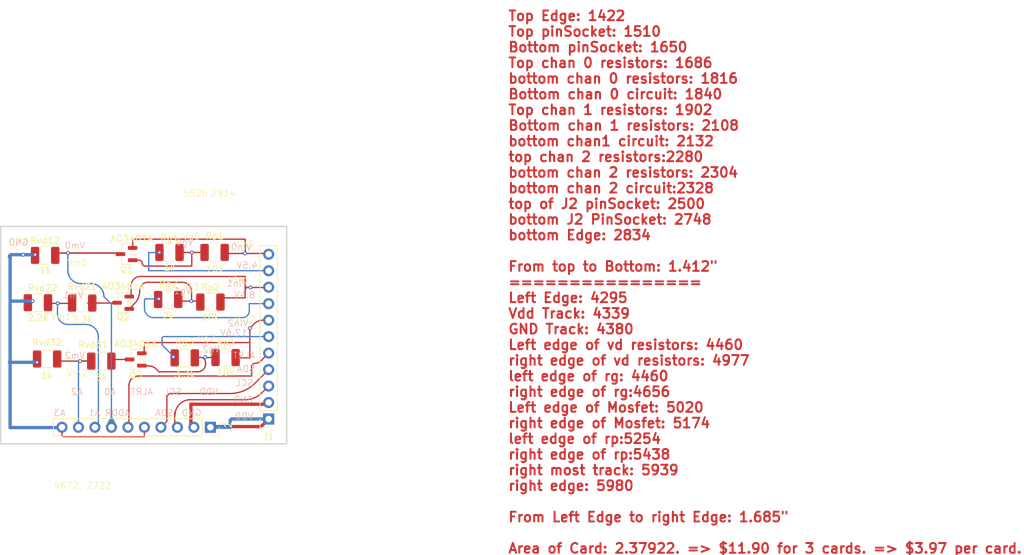
<source format=kicad_pcb>
(kicad_pcb (version 20241229) (generator "pcbnew") (generator_version "9.0")
  (layers (0 "F.Cu" signal) (2 "B.Cu" signal) (13 "F.Paste" user) (15 "B.Paste" user) (5 "F.SilkS" user "F.Silkscreen") (7 "B.SilkS" user "B.Silkscreen") (1 "F.Mask" user) (3 "B.Mask" user) (25 "Edge.Cuts" user))
  (net 0 "")
  (net 1 "Net-(J1-Pin_1)")
  (net 2 "Net-(J1-Pin_2)")
  (net 3 "Net-(Q1-G)")
  (net 4 "Net-(J1-Pin_3)")
  (net 5 "Net-(J1-Pin_6)")
  (net 6 "Net-(J1-Pin_5)")
  (net 7 "Net-(J1-Pin_4)")
  (net 8 "Net-(J2-Pin_9)")
  (net 9 "Net-(J2-Pin_8)")
  (net 10 "Net-(J2-Pin_7)")
  (net 11 "Net-(Q2-D)")
  (net 12 "Net-(Q2-G)")
  (net 13 "GND")
  (net 14 "Net-(Q3-D)")
  (net 15 "Net-(J1-Pin_10)")
  (net 16 "Net-(J1-Pin_11)")
  (net 17 "Net-(J1-Pin_8)")
  (net 18 "Net-(J1-Pin_9)")
  (net 19 "Net-(J1-Pin_7)")
  (net 20 "Net-(Q3-G)")
  (footprint "Resistor_SMD:R_1210_3225Metric_Pad1.30x2.65mm_HandSolder" (layer "F.Cu") (at 143.839734 76.3788)
    (property "Reference" "Rp3" (at 0 -2.28 0) (layer "F.SilkS"))
    (property "Value" "10k" (at 0 2.28 0) (layer "F.SilkS"))
    (fp_line (start -0.723737 -1.355) (end 0.723737 -1.355) (stroke (width 0.12)) (layer "F.SilkS"))
    (fp_line (start -0.723737 1.355) (end 0.723737 1.355) (stroke (width 0.12)) (layer "F.SilkS"))
    (pad "1" smd roundrect (at -1.55 0) (size 1.3 2.65) (layers "F.Cu" "F.Mask" "F.Paste") (roundrect_rratio 0.192308) (net 20 "Net-(Q3-G)"))
    (pad "2" smd roundrect (at 1.55 0) (size 1.3 2.65) (layers "F.Cu" "F.Mask" "F.Paste") (roundrect_rratio 0.192308) (net 19 "Net-(J1-Pin_7)"))
  )
  (footprint "Resistor_SMD:R_1210_3225Metric_Pad1.30x2.65mm_HandSolder" (layer "F.Cu") (at 114.9375 67.9288)
    (property "Reference" "Rvd22" (at 0.723737 -2.2914 0) (layer "F.SilkS"))
    (property "Value" "2.2k" (at 0 2.28 0) (layer "F.SilkS"))
    (fp_line (start -0.723737 -1.355) (end 0.723737 -1.355) (stroke (width 0.12)) (layer "F.SilkS"))
    (fp_line (start -0.723737 1.355) (end 0.723737 1.355) (stroke (width 0.12)) (layer "F.SilkS"))
    (pad "1" smd roundrect (at -1.55 0) (size 1.3 2.65) (layers "F.Cu" "F.Mask" "F.Paste") (roundrect_rratio 0.192308) (net 13 "GND"))
    (pad "2" smd roundrect (at 1.55 0) (size 1.3 2.65) (layers "F.Cu" "F.Mask" "F.Paste") (roundrect_rratio 0.192308) (net 9 "Net-(J2-Pin_8)"))
  )
  (footprint "Connector_PinSocket_2.54mm:PinSocket_1x10_P2.54mm_Vertical" (layer "F.Cu") (at 141.5 87.1288 -90)
    (property "Reference" "J2" (at 0 -2.77 90) (layer "F.SilkS"))
    (property "Value" "Conn_01x10_Pin" (hide yes))
    (fp_line (start -1.33 24.19) (end 1.33 24.19) (stroke (width 0.12)) (layer "F.SilkS"))
    (fp_line (start -1.33 1.27) (end -1.33 24.19) (stroke (width 0.12)) (layer "F.SilkS"))
    (fp_line (start -1.33 1.27) (end 1.33 1.27) (stroke (width 0.12)) (layer "F.SilkS"))
    (fp_line (start 1.33 1.27) (end 1.33 24.19) (stroke (width 0.12)) (layer "F.SilkS"))
    (fp_line (start 0 -1.33) (end 1.33 -1.33) (stroke (width 0.12)) (layer "F.SilkS"))
    (fp_line (start 1.33 -1.33) (end 1.33 0) (stroke (width 0.12)) (layer "F.SilkS"))
    (pad "1" thru_hole rect (at 0 0 270) (size 1.7 1.7) (drill 1) (layers "*.Cu" "*.Mask") (net 1 "Net-(J1-Pin_1)"))
    (pad "2" thru_hole circle (at 0 2.54 270) (size 1.7 1.7) (drill 1) (layers "*.Cu" "*.Mask") (net 2 "Net-(J1-Pin_2)"))
    (pad "3" thru_hole circle (at 0 5.08 270) (size 1.7 1.7) (drill 1) (layers "*.Cu" "*.Mask") (net 4 "Net-(J1-Pin_3)"))
    (pad "4" thru_hole circle (at 0 7.62 270) (size 1.7 1.7) (drill 1) (layers "*.Cu" "*.Mask") (net 7 "Net-(J1-Pin_4)"))
    (pad "5" thru_hole circle (at 0 10.16 270) (size 1.7 1.7) (drill 1) (layers "*.Cu" "*.Mask") (net 13 "GND"))
    (pad "6" thru_hole circle (at 0 12.7 270) (size 1.7 1.7) (drill 1) (layers "*.Cu" "*.Mask") (net 6 "Net-(J1-Pin_5)"))
    (pad "7" thru_hole circle (at 0 15.24 270) (size 1.7 1.7) (drill 1) (layers "*.Cu" "*.Mask") (net 10 "Net-(J2-Pin_7)"))
    (pad "8" thru_hole circle (at 0 17.78 270) (size 1.7 1.7) (drill 1) (layers "*.Cu" "*.Mask") (net 9 "Net-(J2-Pin_8)"))
    (pad "9" thru_hole circle (at 0 20.32 270) (size 1.7 1.7) (drill 1) (layers "*.Cu" "*.Mask") (net 8 "Net-(J2-Pin_9)"))
    (pad "10" thru_hole circle (at 0 22.86 270) (size 1.7 1.7) (drill 1) (layers "*.Cu" "*.Mask") (net 13 "GND"))
  )
  (footprint "Resistor_SMD:R_1210_3225Metric_Pad1.30x2.65mm_HandSolder" (layer "F.Cu") (at 142.15 60.1788 180)
    (property "Reference" "Rp1" (at 0 2.54 0) (layer "F.SilkS"))
    (property "Value" "10k" (at 0 -2.54 0) (layer "F.SilkS"))
    (fp_line (start -0.723737 1.355) (end 0.723737 1.355) (stroke (width 0.12)) (layer "F.SilkS"))
    (fp_line (start -0.723737 -1.355) (end 0.723737 -1.355) (stroke (width 0.12)) (layer "F.SilkS"))
    (pad "1" smd roundrect (at -1.55 0 180) (size 1.3 2.65) (layers "F.Cu" "F.Mask" "F.Paste") (roundrect_rratio 0.192308) (net 16 "Net-(J1-Pin_11)"))
    (pad "2" smd roundrect (at 1.55 0 180) (size 1.3 2.65) (layers "F.Cu" "F.Mask" "F.Paste") (roundrect_rratio 0.192308) (net 3 "Net-(Q1-G)"))
  )
  (footprint "Resistor_SMD:R_1210_3225Metric_Pad1.30x2.65mm_HandSolder" (layer "F.Cu") (at 135 67.4288 180)
    (property "Reference" "Rg2" (at 0 2.371 0) (layer "F.SilkS"))
    (property "Value" "2k" (at 0 -2.54 0) (layer "F.SilkS"))
    (fp_line (start -0.723737 1.355) (end 0.723737 1.355) (stroke (width 0.12)) (layer "F.SilkS"))
    (fp_line (start -0.723737 -1.355) (end 0.723737 -1.355) (stroke (width 0.12)) (layer "F.SilkS"))
    (pad "1" smd roundrect (at -1.55 0 180) (size 1.3 2.65) (layers "F.Cu" "F.Mask" "F.Paste") (roundrect_rratio 0.192308) (net 12 "Net-(Q2-G)"))
    (pad "2" smd roundrect (at 1.55 0 180) (size 1.3 2.65) (layers "F.Cu" "F.Mask" "F.Paste") (roundrect_rratio 0.192308) (net 17 "Net-(J1-Pin_8)"))
  )
  (footprint "Resistor_SMD:R_1210_3225Metric_Pad1.30x2.65mm_HandSolder" (layer "F.Cu") (at 121.75 67.9788 180)
    (property "Reference" "Rvd21" (at 0 2.54 0) (layer "F.SilkS"))
    (property "Value" "3.3k" (at 0 -2.54 0) (layer "F.SilkS"))
    (fp_line (start -0.723737 1.355) (end 0.723737 1.355) (stroke (width 0.12)) (layer "F.SilkS"))
    (fp_line (start -0.723737 -1.355) (end 0.723737 -1.355) (stroke (width 0.12)) (layer "F.SilkS"))
    (pad "1" smd roundrect (at -1.55 0 180) (size 1.3 2.65) (layers "F.Cu" "F.Mask" "F.Paste") (roundrect_rratio 0.192308) (net 11 "Net-(Q2-D)"))
    (pad "2" smd roundrect (at 1.55 0 180) (size 1.3 2.65) (layers "F.Cu" "F.Mask" "F.Paste") (roundrect_rratio 0.192308) (net 9 "Net-(J2-Pin_8)"))
  )
  (footprint "Resistor_SMD:R_1210_3225Metric_Pad1.30x2.65mm_HandSolder" (layer "F.Cu") (at 141.499 67.8288)
    (property "Reference" "Rp2" (at 0 -2.28 0) (layer "F.SilkS"))
    (property "Value" "10k" (at 0 2.28 0) (layer "F.SilkS"))
    (fp_line (start -0.723737 -1.355) (end 0.723737 -1.355) (stroke (width 0.12)) (layer "F.SilkS"))
    (fp_line (start -0.723737 1.355) (end 0.723737 1.355) (stroke (width 0.12)) (layer "F.SilkS"))
    (pad "1" smd roundrect (at -1.55 0) (size 1.3 2.65) (layers "F.Cu" "F.Mask" "F.Paste") (roundrect_rratio 0.192308) (net 12 "Net-(Q2-G)"))
    (pad "2" smd roundrect (at 1.55 0) (size 1.3 2.65) (layers "F.Cu" "F.Mask" "F.Paste") (roundrect_rratio 0.192308) (net 18 "Net-(J1-Pin_9)"))
  )
  (footprint "Package_TO_SOT_SMD:SOT-23" (layer "F.Cu") (at 130 76.6788 180)
    (property "Reference" "Q3" (at 0 -2.4 0) (layer "F.SilkS"))
    (property "Value" "AO3401A" (at 0 2.4 0) (layer "F.SilkS"))
    (fp_line (start 0.76 1.56) (end -0.76 1.56) (stroke (width 0.12)) (layer "F.SilkS"))
    (fp_line (start 0.76 0.56) (end 0.76 1.56) (stroke (width 0.12)) (layer "F.SilkS"))
    (fp_line (start 0.76 -1.56) (end 0.76 -0.56) (stroke (width 0.12)) (layer "F.SilkS"))
    (fp_line (start -0.76 1.56) (end -0.76 1.51) (stroke (width 0.12)) (layer "F.SilkS"))
    (fp_line (start -0.76 0.39) (end -0.76 -0.39) (stroke (width 0.12)) (layer "F.SilkS"))
    (fp_line (start -0.76 -1.51) (end -0.76 -1.56) (stroke (width 0.12)) (layer "F.SilkS"))
    (fp_line (start -0.76 -1.56) (end 0.76 -1.56) (stroke (width 0.12)) (layer "F.SilkS"))
    (fp_poly (pts (xy -1.3 -0.38) (xy -1.06 -0.05) (xy -1.54 -0.05)) (stroke (width 0.12)) (fill yes) (layer "F.SilkS"))
    (pad "1" smd roundrect (at -0.9375 -0.95 180) (size 1.475 0.6) (layers "F.Cu" "F.Mask" "F.Paste") (net 20 "Net-(Q3-G)"))
    (pad "2" smd roundrect (at -0.9375 0.95 180) (size 1.475 0.6) (layers "F.Cu" "F.Mask" "F.Paste") (net 19 "Net-(J1-Pin_7)"))
    (pad "3" smd roundrect (at 0.9375 0 180) (size 1.475 0.6) (layers "F.Cu" "F.Mask" "F.Paste") (net 14 "Net-(Q3-D)"))
  )
  (footprint "Connector_PinSocket_2.54mm:PinSocket_1x11_P2.54mm_Vertical" (layer "F.Cu") (at 150.475 85.8538 180)
    (property "Reference" "J1" (at 0 -2.77 0) (layer "F.SilkS"))
    (property "Value" "Conn_01x11_Socket")
    (fp_line (start 1.33 1.27) (end 1.33 26.73) (stroke (width 0.12)) (layer "F.SilkS"))
    (fp_line (start 1.33 -1.33) (end 1.33 0) (stroke (width 0.12)) (layer "F.SilkS"))
    (fp_line (start 0 -1.33) (end 1.33 -1.33) (stroke (width 0.12)) (layer "F.SilkS"))
    (fp_line (start -1.33 26.73) (end 1.33 26.73) (stroke (width 0.12)) (layer "F.SilkS"))
    (fp_line (start -1.33 1.27) (end 1.33 1.27) (stroke (width 0.12)) (layer "F.SilkS"))
    (fp_line (start -1.33 1.27) (end -1.33 26.73) (stroke (width 0.12)) (layer "F.SilkS"))
    (pad "1" thru_hole rect (at 0 0 180) (size 1.7 1.7) (drill 1) (layers "*.Cu") (net 1 "Net-(J1-Pin_1)"))
    (pad "2" thru_hole circle (at 0 2.54 180) (size 1.7 1.7) (drill 1) (layers "*.Cu" "*.Mask") (net 2 "Net-(J1-Pin_2)"))
    (pad "3" thru_hole circle (at 0 5.08 180) (size 1.7 1.7) (drill 1) (layers "*.Cu" "*.Mask") (net 4 "Net-(J1-Pin_3)"))
    (pad "4" thru_hole circle (at 0 7.62 180) (size 1.7 1.7) (drill 1) (layers "*.Cu" "*.Mask") (net 7 "Net-(J1-Pin_4)"))
    (pad "5" thru_hole circle (at 0 10.16 180) (size 1.7 1.7) (drill 1) (layers "*.Cu" "*.Mask") (net 6 "Net-(J1-Pin_5)"))
    (pad "6" thru_hole circle (at 0 12.7 180) (size 1.7 1.7) (drill 1) (layers "*.Cu" "*.Mask") (net 5 "Net-(J1-Pin_6)"))
    (pad "7" thru_hole circle (at 0 15.24 180) (size 1.7 1.7) (drill 1) (layers "*.Cu" "*.Mask") (net 19 "Net-(J1-Pin_7)"))
    (pad "8" thru_hole circle (at 0 17.78 180) (size 1.7 1.7) (drill 1) (layers "*.Cu" "*.Mask") (net 17 "Net-(J1-Pin_8)"))
    (pad "9" thru_hole circle (at 0 20.32 180) (size 1.7 1.7) (drill 1) (layers "*.Cu" "*.Mask") (net 18 "Net-(J1-Pin_9)"))
    (pad "10" thru_hole circle (at 0 22.86 180) (size 1.7 1.7) (drill 1) (layers "*.Cu" "*.Mask") (net 15 "Net-(J1-Pin_10)"))
    (pad "11" thru_hole circle (at 0 25.4 180) (size 1.7 1.7) (drill 1) (layers "*.Cu" "*.Mask") (net 16 "Net-(J1-Pin_11)"))
  )
  (footprint "Resistor_SMD:R_1210_3225Metric_Pad1.30x2.65mm_HandSolder" (layer "F.Cu") (at 116.35 76.6076 180)
    (property "Reference" "Rvd32" (at 0 2.54 0) (layer "F.SilkS"))
    (property "Value" "1k" (at 0 -2.54 0) (layer "F.SilkS"))
    (fp_line (start -0.723737 1.355) (end 0.723737 1.355) (stroke (width 0.12)) (layer "F.SilkS"))
    (fp_line (start -0.723737 -1.355) (end 0.723737 -1.355) (stroke (width 0.12)) (layer "F.SilkS"))
    (pad "1" smd roundrect (at -1.55 0 180) (size 1.3 2.65) (layers "F.Cu" "F.Mask" "F.Paste") (roundrect_rratio 0.192308) (net 8 "Net-(J2-Pin_9)"))
    (pad "2" smd roundrect (at 1.55 0 180) (size 1.3 2.65) (layers "F.Cu" "F.Mask" "F.Paste") (roundrect_rratio 0.192308) (net 13 "GND"))
  )
  (footprint "Package_TO_SOT_SMD:SOT-23" (layer "F.Cu") (at 128.0625 67.9288 180)
    (property "Reference" "Q2" (at 0 -2.25 0) (layer "F.SilkS"))
    (property "Value" "AO3401A" (at 0 2.54 0) (layer "F.SilkS"))
    (fp_line (start 0.76 1.56) (end -0.76 1.56) (stroke (width 0.12)) (layer "F.SilkS"))
    (fp_line (start 0.76 0.56) (end 0.76 1.56) (stroke (width 0.12)) (layer "F.SilkS"))
    (fp_line (start 0.76 -1.56) (end 0.76 -0.56) (stroke (width 0.12)) (layer "F.SilkS"))
    (fp_line (start -0.76 1.56) (end -0.76 1.51) (stroke (width 0.12)) (layer "F.SilkS"))
    (fp_line (start -0.76 0.39) (end -0.76 -0.39) (stroke (width 0.12)) (layer "F.SilkS"))
    (fp_line (start -0.76 -1.51) (end -0.76 -1.56) (stroke (width 0.12)) (layer "F.SilkS"))
    (fp_line (start -0.76 -1.56) (end 0.76 -1.56) (stroke (width 0.12)) (layer "F.SilkS"))
    (fp_poly (pts (xy -1.3 -0.38) (xy -1.06 -0.05) (xy -1.54 -0.05)) (stroke (width 0.12)) (fill yes) (layer "F.SilkS"))
    (pad "1" smd roundrect (at -0.9375 -0.95 180) (size 1.475 0.6) (layers "F.Cu" "F.Mask" "F.Paste") (net 12 "Net-(Q2-G)"))
    (pad "2" smd roundrect (at -0.9375 0.95 180) (size 1.475 0.6) (layers "F.Cu" "F.Mask" "F.Paste") (net 18 "Net-(J1-Pin_9)"))
    (pad "3" smd roundrect (at 0.9375 0 180) (size 1.475 0.6) (layers "F.Cu" "F.Mask" "F.Paste") (net 11 "Net-(Q2-D)"))
  )
  (footprint "Package_TO_SOT_SMD:SOT-23" (layer "F.Cu") (at 128.5875 60.4288 180)
    (property "Reference" "Q1" (at 0 -2.4 0) (layer "F.SilkS"))
    (property "Value" "AO3401A" (at -0.8125 2.4 0) (layer "F.SilkS"))
    (fp_line (start 0.76 1.56) (end -0.76 1.56) (stroke (width 0.12)) (layer "F.SilkS"))
    (fp_line (start 0.76 0.56) (end 0.76 1.56) (stroke (width 0.12)) (layer "F.SilkS"))
    (fp_line (start 0.76 -1.56) (end 0.76 -0.56) (stroke (width 0.12)) (layer "F.SilkS"))
    (fp_line (start -0.76 1.56) (end -0.76 1.51) (stroke (width 0.12)) (layer "F.SilkS"))
    (fp_line (start -0.76 0.39) (end -0.76 -0.39) (stroke (width 0.12)) (layer "F.SilkS"))
    (fp_line (start -0.76 -1.51) (end -0.76 -1.56) (stroke (width 0.12)) (layer "F.SilkS"))
    (fp_line (start -0.76 -1.56) (end 0.76 -1.56) (stroke (width 0.12)) (layer "F.SilkS"))
    (fp_poly (pts (xy -1.3 -0.38) (xy -1.06 -0.05) (xy -1.54 -0.05)) (stroke (width 0.12)) (fill yes) (layer "F.SilkS"))
    (pad "1" smd roundrect (at -0.9375 -0.95 180) (size 1.475 0.6) (layers "F.Cu" "F.Mask" "F.Paste") (net 3 "Net-(Q1-G)"))
    (pad "2" smd roundrect (at -0.9375 0.95 180) (size 1.475 0.6) (layers "F.Cu" "F.Mask" "F.Paste") (net 16 "Net-(J1-Pin_11)"))
    (pad "3" smd roundrect (at 0.9375 0 180) (size 1.475 0.6) (layers "F.Cu" "F.Mask" "F.Paste") (net 10 "Net-(J2-Pin_7)"))
  )
  (footprint "Resistor_SMD:R_1210_3225Metric_Pad1.30x2.65mm_HandSolder" (layer "F.Cu") (at 116.05 60.6288)
    (property "Reference" "Rvd12" (at 0 -2.28 0) (layer "F.SilkS"))
    (property "Value" "1k" (at 0 2.28 0) (layer "F.SilkS"))
    (fp_line (start -0.723737 -1.355) (end 0.723737 -1.355) (stroke (width 0.12)) (layer "F.SilkS"))
    (fp_line (start -0.723737 1.355) (end 0.723737 1.355) (stroke (width 0.12)) (layer "F.SilkS"))
    (pad "1" smd roundrect (at -1.55 0) (size 1.3 2.65) (layers "F.Cu" "F.Mask" "F.Paste") (roundrect_rratio 0.192308) (net 13 "GND"))
    (pad "2" smd roundrect (at 1.55 0) (size 1.3 2.65) (layers "F.Cu" "F.Mask" "F.Paste") (roundrect_rratio 0.192308) (net 10 "Net-(J2-Pin_7)"))
  )
  (footprint "Resistor_SMD:R_1210_3225Metric_Pad1.30x2.65mm_HandSolder" (layer "F.Cu") (at 124.7 76.9288 180)
    (property "Reference" "Rvd31" (at 1.27 2.54 0) (layer "F.SilkS"))
    (property "Value" "3k" (at 0 -2.54 0) (layer "F.SilkS"))
    (fp_line (start -0.723737 1.355) (end 0.723737 1.355) (stroke (width 0.12)) (layer "F.SilkS"))
    (fp_line (start -0.723737 -1.355) (end 0.723737 -1.355) (stroke (width 0.12)) (layer "F.SilkS"))
    (pad "1" smd roundrect (at -1.55 0 180) (size 1.3 2.65) (layers "F.Cu" "F.Mask" "F.Paste") (roundrect_rratio 0.192308) (net 14 "Net-(Q3-D)"))
    (pad "2" smd roundrect (at 1.55 0 180) (size 1.3 2.65) (layers "F.Cu" "F.Mask" "F.Paste") (roundrect_rratio 0.192308) (net 8 "Net-(J2-Pin_9)"))
  )
  (footprint "Resistor_SMD:R_1210_3225Metric_Pad1.30x2.65mm_HandSolder" (layer "F.Cu") (at 137.55 76.4288 180)
    (property "Reference" "Rg3" (at 0 2.54 0) (layer "F.SilkS"))
    (property "Value" "3.3k" (at 0 -2.54 0) (layer "F.SilkS"))
    (fp_line (start -0.723737 1.355) (end 0.723737 1.355) (stroke (width 0.12)) (layer "F.SilkS"))
    (fp_line (start -0.723737 -1.355) (end 0.723737 -1.355) (stroke (width 0.12)) (layer "F.SilkS"))
    (pad "1" smd roundrect (at -1.55 0 180) (size 1.3 2.65) (layers "F.Cu" "F.Mask" "F.Paste") (roundrect_rratio 0.192308) (net 20 "Net-(Q3-G)"))
    (pad "2" smd roundrect (at 1.55 0 180) (size 1.3 2.65) (layers "F.Cu" "F.Mask" "F.Paste") (roundrect_rratio 0.192308) (net 5 "Net-(J1-Pin_6)"))
  )
  (footprint "Resistor_SMD:R_1210_3225Metric_Pad1.30x2.65mm_HandSolder" (layer "F.Cu") (at 135.2 60.1788)
    (property "Reference" "Rg1" (at 0 -2.28 0) (layer "F.SilkS"))
    (property "Value" "1k" (at 0 2.28 0) (layer "F.SilkS"))
    (fp_line (start -0.723737 -1.355) (end 0.723737 -1.355) (stroke (width 0.12)) (layer "F.SilkS"))
    (fp_line (start -0.723737 1.355) (end 0.723737 1.355) (stroke (width 0.12)) (layer "F.SilkS"))
    (pad "1" smd roundrect (at -1.55 0) (size 1.3 2.65) (layers "F.Cu" "F.Mask" "F.Paste") (roundrect_rratio 0.192308) (net 15 "Net-(J1-Pin_10)"))
    (pad "2" smd roundrect (at 1.55 0) (size 1.3 2.65) (layers "F.Cu" "F.Mask" "F.Paste") (roundrect_rratio 0.192308) (net 3 "Net-(Q1-G)"))
  )
  (gr_line (start 153.25 56.1688) (end 153.25 89.6788) (stroke (width 0.2)) (layer "Edge.Cuts"))
  (gr_line (start 109.193 56.1594) (end 153.25 56.1594) (stroke (width 0.2)) (layer "Edge.Cuts"))
  (gr_line (start 109.193 89.6788) (end 153.25 89.6788) (stroke (width 0.2)) (layer "Edge.Cuts"))
  (gr_line (start 109.193 56.1688) (end 109.193 89.6788) (stroke (width 0.2)) (layer "Edge.Cuts"))
  (gr_text "\nTop Edge: 1422\nTop pinSocket: 1510\nBottom pinSocket: 1650\nTop chan 0 resistors: 1686\nbottom chan 0 resistors: 1816\nBottom chan 0 circuit: 1840\nTop chan 1 resistors: 1902\nBottom chan 1 resistors: 2108\nbottom chan1 circuit: 2132\ntop chan 2 resistors:2280\nbottom chan 2 resistors: 2304\nbottom chan 2 circuit:2328\ntop of J2 pinSocket: 2500\nbottom J2 PinSocket: 2748\nbottom Edge: 2834\n\nFrom top to Bottom: 1.412{dblquote}\n================\nLeft Edge: 4295\nVdd Track: 4339\nGND Track: 4380\nLeft edge of vd resistors: 4460\nright edge of vd resistors: 4977\nleft edge of rg: 4460\nright edge of rg:4656\nLeft edge of Mosfet: 5020\nright edge of Mosfet: 5174\nleft edge of rp:5254\nright edge of rp:5438\nright most track: 5939\nright edge: 5980\n\nFrom Left Edge to right Edge: 1.685{dblquote}\n\nArea of Card: 2.37922. => $11.90 for 3 cards. => $3.97 per card.\n" (at 187.25 106.6788 0) (layer "F.Cu") (effects (font (size 1.5 1.5) (thickness 0.3) (bold yes)) (justify left bottom)))
  (gr_text "5526,2914" (at 137.25 51.6788 0) (layer "F.SilkS") (effects (font (size 1 1) (thickness 0.1)) (justify left bottom)))
  (gr_text "Vm0" (at 119.38 62.357 0) (layer "F.SilkS") (effects (font (size 1 1) (thickness 0.1)) (justify left bottom)))
  (gr_text "Vg0" (at 137.16 58.3184 0) (layer "F.SilkS") (effects (font (size 1 1) (thickness 0.1)) (justify left bottom)))
  (gr_text "Vin0" (at 145.034 59.4868 0) (layer "F.SilkS") (effects (font (size 1 1) (thickness 0.1)) (justify left bottom)))
  (gr_text "Vin1\n" (at 144.272 65.024 0) (layer "F.SilkS") (effects (font (size 1 1) (thickness 0.1)) (justify left bottom)))
  (gr_text "4672, 2722" (at 117.31 96.6788 0) (layer "F.SilkS") (effects (font (size 1 1) (thickness 0.1)) (justify left bottom)))
  (gr_text "Vg2" (at 139.446 74.0156 0) (layer "F.SilkS") (effects (font (size 1 1) (thickness 0.1)) (justify left bottom)))
  (gr_text "Vm1" (at 116.84 70.6628 0) (layer "F.SilkS") (effects (font (size 1 1) (thickness 0.1)) (justify left bottom)))
  (gr_text "Vin2" (at 145.1864 71.12 0) (layer "F.SilkS") (effects (font (size 1 1) (thickness 0.1)) (justify left bottom)))
  (gr_text "Vm2" (at 119.38 79.375 0) (layer "F.SilkS") (effects (font (size 1 1) (thickness 0.1)) (justify left bottom)))
  (gr_text "Vg1" (at 137.16 66.04 0) (layer "F.SilkS") (effects (font (size 1 1) (thickness 0.1)) (justify left bottom)))
  (gr_text "GND" (at 110.49 59.055 0) (layer "F.SilkS") (effects (font (size 1 1) (thickness 0.1)) (justify left bottom)))
  (gr_text "Vin2" (at 147.42 71.6788 0) (layer "B.SilkS") (effects (font (size 1 1) (thickness 0.1)) (justify left bottom mirror)))
  (gr_text "Vin0" (at 147.9296 59.944 0) (layer "B.SilkS") (effects (font (size 1 1) (thickness 0.1)) (justify left bottom mirror)))
  (gr_text "SCL" (at 137.16 82.2452 0) (layer "B.SilkS") (effects (font (size 1 1) (thickness 0.1)) (justify left bottom mirror)))
  (gr_text "A0" (at 127 82.2452 0) (layer "B.SilkS") (effects (font (size 1 1) (thickness 0.1)) (justify left bottom mirror)))
  (gr_text "12.6V" (at 147.25 73.152 0) (layer "B.SilkS") (effects (font (size 1 1) (thickness 0.1)) (justify left bottom mirror)))
  (gr_text "Vm2" (at 122.25 76.6788 0) (layer "B.SilkS") (effects (font (size 1 1) (thickness 0.1)) (justify left bottom mirror)))
  (gr_text "Vin1" (at 147.25 65.532 0) (layer "B.SilkS") (effects (font (size 1 1) (thickness 0.1)) (justify left bottom mirror)))
  (gr_text "GND" (at 113.5126 59.2328 0) (layer "B.SilkS") (effects (font (size 1 1) (thickness 0.1)) (justify left bottom mirror)))
  (gr_text "GND" (at 148.1836 83.4644 0) (layer "B.SilkS") (effects (font (size 1 1) (thickness 0.1)) (justify left bottom mirror)))
  (gr_text "SDA" (at 148.463 78.6892 0) (layer "B.SilkS") (effects (font (size 1 1) (thickness 0.1)) (justify left bottom mirror)))
  (gr_text "VDD" (at 142.748 82.2452 0) (layer "B.SilkS") (effects (font (size 1 1) (thickness 0.1)) (justify left bottom mirror)))
  (gr_text "SDA" (at 135.89 85.4964 0) (layer "B.SilkS") (effects (font (size 1 1) (thickness 0.1)) (justify left bottom mirror)))
  (gr_text "ALRT" (at 132.715 82.2452 0) (layer "B.SilkS") (effects (font (size 1 1) (thickness 0.1)) (justify left bottom mirror)))
  (gr_text "Vm1" (at 122.0216 67.3138 0) (layer "B.SilkS") (effects (font (size 1 1) (thickness 0.1)) (justify left bottom mirror)))
  (gr_text "ALRT" (at 148.463 76.6788 0) (layer "B.SilkS") (effects (font (size 1 1) (thickness 0.1)) (justify left bottom mirror)))
  (gr_text "ADDR" (at 129.1844 85.4964 0) (layer "B.SilkS") (effects (font (size 1 1) (thickness 0.1)) (justify left bottom mirror)))
  (gr_text "SCL" (at 148.1836 80.8736 0) (layer "B.SilkS") (effects (font (size 1 1) (thickness 0.1)) (justify left bottom mirror)))
  (gr_text "Vg1" (at 138.65 66.6788 0) (layer "B.SilkS") (effects (font (size 1 1) (thickness 0.1)) (justify left bottom mirror)))
  (gr_text "A2" (at 121.92 82.2452 0) (layer "B.SilkS") (effects (font (size 1 1) (thickness 0.1)) (justify left bottom mirror)))
  (gr_text "Vg2" (at 143.05 75.6962 0) (layer "B.SilkS") (effects (font (size 1 1) (thickness 0.1)) (justify left bottom mirror)))
  (gr_text "8.4V" (at 148.463 67.31 0) (layer "B.SilkS") (effects (font (size 1 1) (thickness 0.1)) (justify left bottom mirror)))
  (gr_text "VDD" (at 148.1836 86.0044 0) (layer "B.SilkS") (effects (font (size 1 1) (thickness 0.1)) (justify left bottom mirror)))
  (gr_text "Vm0" (at 122.25 59.69 0) (layer "B.SilkS") (effects (font (size 1 1) (thickness 0.1)) (justify left bottom mirror)))
  (gr_text "4.5V" (at 148.844 62.738 0) (layer "B.SilkS") (effects (font (size 1 1) (thickness 0.1)) (justify left bottom mirror)))
  (gr_text "Vg0" (at 138.938 59.182 0) (layer "B.SilkS") (effects (font (size 1 1) (thickness 0.1)) (justify left bottom mirror)))
  (gr_text "A3" (at 119.253 85.4964 0) (layer "B.SilkS") (effects (font (size 1 1) (thickness 0.1)) (justify left bottom mirror)))
  (gr_text "A1" (at 124.587 85.4964 0) (layer "B.SilkS") (effects (font (size 1 1) (thickness 0.1)) (justify left bottom mirror)))
  (gr_text "GND" (at 140.208 85.4964 0) (layer "B.SilkS") (effects (font (size 1 1) (thickness 0.1)) (justify left bottom mirror)))
  (segment (start 149.3 87.0288) (end 150.475 85.8538) (width 0.508) (layer "F.Cu") (net 1))
  (segment (start 141.386664 87.0288) (end 149.3 87.0288) (width 0.508) (layer "F.Cu") (net 1))
  (segment (start 141.363079 87.005215) (end 141.386664 87.0288) (width 0.508) (layer "F.Cu") (net 1))
  (arc (start 141.35 86.922733) (mid 141.353425 86.964443) (end 141.363079 87.005215) (width 0.508) (layer "F.Cu") (net 1))
  (segment (start 150.475 85.8538) (end 144.723419 85.8538) (width 0.508) (layer "B.Cu") (net 1))
  (segment (start 144.55 87.1288) (end 141.5 87.1288) (width 0.508) (layer "B.Cu") (net 1))
  (segment (start 144.55 87.1288) (end 144.55 86.027219) (width 0.508) (layer "B.Cu") (net 1))
  (segment (start 138.5 83.5804) (end 138.5 86.6688) (width 0.508) (layer "F.Cu") (net 2))
  (segment (start 138.4992 83.5796) (end 138.5 83.5804) (width 0.508) (layer "F.Cu") (net 2))
  (segment (start 150.022616 83.5788) (end 138.499531 83.5788) (width 0.508) (layer "F.Cu") (net 2))
  (segment (start 150.475 83.3138) (end 150.3425 83.4463) (width 0.508) (layer "F.Cu") (net 2))
  (segment (start 138.499531 83.5788) (end 138.4992 83.5796) (width 0.508) (layer "F.Cu") (net 2))
  (segment (start 138.5 86.6688) (end 138.96 87.1288) (width 0.508) (layer "F.Cu") (net 2))
  (arc (start 150.3425 83.4463) (mid 150.195736 83.544364) (end 150.022616 83.5788) (width 0.508) (layer "F.Cu") (net 2))
  (segment (start 137.1144 60.1788) (end 138.6414 60.1788) (width 0.2) (layer "F.Cu") (net 3))
  (segment (start 138.6467 60.1788) (end 140.1 60.1788) (width 0.2) (layer "F.Cu") (net 3))
  (segment (start 138.633613 60.1788) (end 138.633613 62.262413) (width 0.2) (layer "F.Cu") (net 3))
  (segment (start 131.45 62.2788) (end 138.617226 62.2788) (width 0.2) (layer "F.Cu") (net 3))
  (segment (start 137.1144 60.1788) (end 138.633613 60.1788) (width 0.2) (layer "F.Cu") (net 3))
  (segment (start 138.633613 60.1788) (end 138.6889 60.1788) (width 0.2) (layer "F.Cu") (net 3))
  (segment (start 130.55 61.3788) (end 129.525 61.3788) (width 0.2) (layer "F.Cu") (net 3))
  (via (at 138.633613 60.1788) (size 0.6) (drill 0.3) (layers "F.Cu" "B.Cu") (net 3))
  (arc (start 131 61.8288) (mid 131.131801 62.146998) (end 131.45 62.2788) (width 0.2) (layer "F.Cu") (net 3))
  (arc (start 131 61.8288) (mid 130.868198 61.510601) (end 130.55 61.3788) (width 0.2) (layer "F.Cu") (net 3))
  (segment (start 136.270008 86.618808) (end 136.58 86.9288) (width 0.2) (layer "F.Cu") (net 4))
  (segment (start 136.42 86.7488) (end 136.42 87.1288) (width 0.2) (layer "F.Cu") (net 4))
  (segment (start 136 86.3288) (end 136.42 86.7488) (width 0.2) (layer "F.Cu") (net 4))
  (segment (start 136 84.803369) (end 136 86.3288) (width 0.2) (layer "F.Cu") (net 4))
  (segment (start 146.88154 82.8788) (end 138.4264 82.8788) (width 0.2) (layer "F.Cu") (net 4))
  (segment (start 149.4225 81.8263) (end 150.475 80.7738) (width 0.2) (layer "F.Cu") (net 4))
  (arc (start 138.4264 82.8788) (mid 136.746022 83.574841) (end 136.05 85.255228) (width 0.2) (layer "F.Cu") (net 4))
  (arc (start 149.4225 81.8263) (mid 148.256697 82.605264) (end 146.88154 82.8788) (width 0.2) (layer "F.Cu") (net 4))
  (via (at 135.8 76.2788) (size 0.6) (drill 0.3) (layers "F.Cu" "B.Cu") (net 5))
  (segment (start 135.764644 76.143444) (end 134.117677 74.496477) (width 0.2) (layer "B.Cu") (net 5))
  (segment (start 134.05 74.4538) (end 134.05 73.452543) (width 0.2) (layer "B.Cu") (net 5))
  (segment (start 134.348743 73.1538) (end 150.475 73.1538) (width 0.2) (layer "B.Cu") (net 5))
  (segment (start 135.8 76.2288) (end 135.8 76.2788) (width 0.2) (layer "B.Cu") (net 5))
  (arc (start 134.1375 73.2413) (mid 134.07274 73.338219) (end 134.05 73.452543) (width 0.2) (layer "B.Cu") (net 5))
  (arc (start 134.117677 74.496477) (mid 134.098096 74.483394) (end 134.075 74.4788) (width 0.2) (layer "B.Cu") (net 5))
  (arc (start 134.05 74.4538) (mid 134.057322 74.471477) (end 134.075 74.4788) (width 0.2) (layer "B.Cu") (net 5))
  (arc (start 134.348743 73.1538) (mid 134.234419 73.17654) (end 134.1375 73.2413) (width 0.2) (layer "B.Cu") (net 5))
  (arc (start 135.764644 76.143444) (mid 135.790811 76.182605) (end 135.8 76.2288) (width 0.2) (layer "B.Cu") (net 5))
  (segment (start 130.479325 79.2288) (end 147.75 79.2288) (width 0.2) (layer "F.Cu") (net 6))
  (segment (start 147.85 77.7988) (end 147.85 79.2288) (width 0.2) (layer "F.Cu") (net 6))
  (segment (start 149.257695 76.911104) (end 150.475 75.6938) (width 0.2) (layer "F.Cu") (net 6))
  (segment (start 128.8 87.1288) (end 128.95 86.9788) (width 0.2) (layer "F.Cu") (net 6))
  (segment (start 128.95 86.9788) (end 128.95 80.5288) (width 0.2) (layer "F.Cu") (net 6))
  (arc (start 149.257695 76.911104) (mid 148.850417 77.183238) (end 148.37 77.2788) (width 0.2) (layer "F.Cu") (net 6))
  (arc (start 130.479325 79.2288) (mid 129.897904 79.344451) (end 129.405 79.6738) (width 0.2) (layer "F.Cu") (net 6))
  (arc (start 148.37 77.2788) (mid 148.002304 77.431104) (end 147.85 77.7988) (width 0.2) (layer "F.Cu") (net 6))
  (arc (start 129.405 79.6238) (mid 129.075644 80.116715) (end 128.96 80.698125) (width 0.2) (layer "F.Cu") (net 6))
  (segment (start 134.8 86.2088) (end 133.88 87.1288) (width 0.2) (layer "F.Cu") (net 7))
  (segment (start 135.2 81.9288) (end 134.8 82.3288) (width 0.2) (layer "F.Cu") (net 7))
  (segment (start 144.526036 81.9288) (end 135.2 81.9288) (width 0.2) (layer "F.Cu") (net 7))
  (segment (start 150.475 78.2338) (end 148.373815 80.334984) (width 0.2) (layer "F.Cu") (net 7))
  (segment (start 134.8 82.3288) (end 134.8 86.2088) (width 0.2) (layer "F.Cu") (net 7))
  (arc (start 148.373815 80.334984) (mid 146.608439 81.514574) (end 144.526036 81.9288) (width 0.2) (layer "F.Cu") (net 7))
  (segment (start 121.4296 76.9288) (end 123.15 76.9288) (width 0.2) (layer "F.Cu") (net 8))
  (segment (start 123.15 76.9288) (end 118.2212 76.9288) (width 0.2) (layer "F.Cu") (net 8))
  (via (at 121.4296 76.9288) (size 0.6) (drill 0.3) (layers "F.Cu" "B.Cu") (net 8))
  (segment (start 121.18 87.1788) (end 121.18 77.1784) (width 0.2) (layer "B.Cu") (net 8))
  (segment (start 121.18 77.1784) (end 121.4296 76.9288) (width 0.2) (layer "B.Cu") (net 8))
  (segment (start 120.15 68.0288) (end 116.038255 68.0288) (width 0.2) (layer "F.Cu") (net 9))
  (segment (start 120.2 67.9788) (end 120.15 68.0288) (width 0.2) (layer "F.Cu") (net 9))
  (segment (start 120.175 68.0038) (end 120.2 67.9788) (width 0.2) (layer "F.Cu") (net 9))
  (via (at 117.9875 68.0288) (size 0.6) (drill 0.3) (layers "F.Cu" "B.Cu") (net 9))
  (arc (start 120.175 68.0038) (mid 120.147308 68.022302) (end 120.114644 68.0288) (width 0.2) (layer "F.Cu") (net 9))
  (segment (start 124.1872 75.110401) (end 124.25 75.173201) (width 0.2) (layer "B.Cu") (net 9))
  (segment (start 124.25 75.173201) (end 124.25 86.6488) (width 0.2) (layer "B.Cu") (net 9))
  (segment (start 124.242593 75.110401) (end 124.1872 75.110401) (width 0.2) (layer "B.Cu") (net 9))
  (segment (start 124.25 86.6488) (end 123.72 87.1788) (width 0.2) (layer "B.Cu") (net 9))
  (segment (start 117.95 68.142816) (end 117.95 69.69755) (width 0.2) (layer "B.Cu") (net 9))
  (segment (start 124.242593 73.0504) (end 124.242593 75.110401) (width 0.2) (layer "B.Cu") (net 9))
  (segment (start 117.9875 68.0788) (end 117.96875 68.09755) (width 0.2) (layer "B.Cu") (net 9))
  (segment (start 119.53125 71.2788) (end 122.308977 71.2788) (width 0.2) (layer "B.Cu") (net 9))
  (arc (start 122.308977 71.2788) (mid 123.681488 71.847312) (end 124.25 73.219822) (width 0.2) (layer "B.Cu") (net 9))
  (arc (start 117.95 69.69755) (mid 118.413137 70.815662) (end 119.53125 71.2788) (width 0.2) (layer "B.Cu") (net 9))
  (arc (start 117.96875 68.09755) (mid 117.954872 68.118318) (end 117.95 68.142816) (width 0.2) (layer "B.Cu") (net 9))
  (segment (start 117.206066 60.2788) (end 127.5 60.2788) (width 0.2) (layer "F.Cu") (net 10))
  (segment (start 127.393933 60.2788) (end 117.95 60.2788) (width 0.2) (layer "F.Cu") (net 10))
  (segment (start 127.5 60.2788) (end 127.65 60.4288) (width 0.2) (layer "F.Cu") (net 10))
  (segment (start 127.65 60.4288) (end 127.575 60.3538) (width 0.2) (layer "F.Cu") (net 10))
  (via (at 119.55 60.2668) (size 0.6) (drill 0.3) (layers "F.Cu" "B.Cu") (net 10))
  (arc (start 127.575 60.3538) (mid 127.491925 60.298291) (end 127.393933 60.2788) (width 0.2) (layer "F.Cu") (net 10))
  (segment (start 121.237048 64.954689) (end 121.113599 64.931139) (width 0.2) (layer "B.Cu") (net 10))
  (segment (start 120.991872 64.899885) (end 120.872347 64.861049) (width 0.2) (layer "B.Cu") (net 10))
  (segment (start 121.48716 64.978331) (end 121.361733 64.97044) (width 0.2) (layer "B.Cu") (net 10))
  (segment (start 119.597661 63.4152) (end 119.574111 63.291751) (width 0.2) (layer "B.Cu") (net 10))
  (segment (start 123.658127 65.057715) (end 123.5364 65.026461) (width 0.2) (layer "B.Cu") (net 10))
  (segment (start 126.42 86.9288) (end 126.57 86.7788) (width 0.2) (layer "B.Cu") (net 10))
  (segment (start 119.55836 63.167066) (end 119.550469 63.041639) (width 0.2) (layer "B.Cu") (net 10))
  (segment (start 119.667751 63.656452) (end 119.628915 63.536927) (width 0.2) (layer "B.Cu") (net 10))
  (segment (start 119.96928 64.204932) (end 119.89541 64.103258) (width 0.2) (layer "B.Cu") (net 10))
  (segment (start 120.227033 64.479411) (end 120.135419 64.39338) (width 0.2) (layer "B.Cu") (net 10))
  (segment (start 124.326132 65.39808) (end 124.224458 65.32421) (width 0.2) (layer "B.Cu") (net 10))
  (segment (start 126.26 87.1788) (end 126.26 68.138798) (width 0.2) (layer "B.Cu") (net 10))
  (segment (start 123.894502 65.142815) (end 123.777652 65.096551) (width 0.2) (layer "B.Cu") (net 10))
  (segment (start 120.755497 64.814785) (end 120.641783 64.761275) (width 0.2) (layer "B.Cu") (net 10))
  (segment (start 124.422966 65.478189) (end 124.326132 65.39808) (width 0.2) (layer "B.Cu") (net 10))
  (segment (start 120.425541 64.63339) (end 120.323868 64.559519) (width 0.2) (layer "B.Cu") (net 10))
  (segment (start 123.288266 64.98716) (end 123.162839 64.979269) (width 0.2) (layer "B.Cu") (net 10))
  (segment (start 123.777652 65.096551) (end 123.658127 65.057715) (width 0.2) (layer "B.Cu") (net 10))
  (segment (start 120.135419 64.39338) (end 120.049389 64.301766) (width 0.2) (layer "B.Cu") (net 10))
  (segment (start 125.09164 66.790533) (end 125.075889 66.665848) (width 0.2) (layer "B.Cu") (net 10))
  (segment (start 125.099531 66.91596) (end 125.09164 66.790533) (width 0.2) (layer "B.Cu") (net 10))
  (segment (start 124.118347 65.25687) (end 124.008216 65.196325) (width 0.2) (layer "B.Cu") (net 10))
  (segment (start 119.89541 64.103258) (end 119.82807 63.997147) (width 0.2) (layer "B.Cu") (net 10))
  (segment (start 124.75459 65.854341) (end 124.680719 65.752668) (width 0.2) (layer "B.Cu") (net 10))
  (segment (start 121.549998 64.9788) (end 121.48716 64.978331) (width 0.2) (layer "B.Cu") (net 10))
  (segment (start 123.100001 64.9788) (end 121.549998 64.9788) (width 0.2) (layer "B.Cu") (net 10))
  (segment (start 120.872347 64.861049) (end 120.755497 64.814785) (width 0.2) (layer "B.Cu") (net 10))
  (segment (start 119.574111 63.291751) (end 119.55836 63.167066) (width 0.2) (layer "B.Cu") (net 10))
  (segment (start 121.361733 64.97044) (end 121.237048 64.954689) (width 0.2) (layer "B.Cu") (net 10))
  (segment (start 123.412951 65.002911) (end 123.288266 64.98716) (width 0.2) (layer "B.Cu") (net 10))
  (segment (start 120.641783 64.761275) (end 120.531652 64.70073) (width 0.2) (layer "B.Cu") (net 10))
  (segment (start 121.113599 64.931139) (end 120.991872 64.899885) (width 0.2) (layer "B.Cu") (net 10))
  (segment (start 124.600611 65.655833) (end 124.51458 65.564219) (width 0.2) (layer "B.Cu") (net 10))
  (segment (start 119.714015 63.773302) (end 119.667751 63.656452) (width 0.2) (layer "B.Cu") (net 10))
  (segment (start 124.008216 65.196325) (end 123.894502 65.142815) (width 0.2) (layer "B.Cu") (net 10))
  (segment (start 124.882475 66.070583) (end 124.82193 65.960452) (width 0.2) (layer "B.Cu") (net 10))
  (segment (start 119.55 60.2668) (end 119.5 60.3168) (width 0.2) (layer "B.Cu") (net 10))
  (segment (start 120.049389 64.301766) (end 119.96928 64.204932) (width 0.2) (layer "B.Cu") (net 10))
  (segment (start 119.628915 63.536927) (end 119.597661 63.4152) (width 0.2) (layer "B.Cu") (net 10))
  (segment (start 125.075889 66.665848) (end 125.052339 66.542399) (width 0.2) (layer "B.Cu") (net 10))
  (segment (start 119.55 62.978801) (end 119.55 60.2668) (width 0.2) (layer "B.Cu") (net 10))
  (segment (start 124.982249 66.301147) (end 124.935985 66.184297) (width 0.2) (layer "B.Cu") (net 10))
  (segment (start 120.323868 64.559519) (end 120.227033 64.479411) (width 0.2) (layer "B.Cu") (net 10))
  (segment (start 119.767525 63.887016) (end 119.714015 63.773302) (width 0.2) (layer "B.Cu") (net 10))
  (segment (start 123.5364 65.026461) (end 123.412951 65.002911) (width 0.2) (layer "B.Cu") (net 10))
  (segment (start 125.1 66.978798) (end 125.099531 66.91596) (width 0.2) (layer "B.Cu") (net 10))
  (segment (start 120.531652 64.70073) (end 120.425541 64.63339) (width 0.2) (layer "B.Cu") (net 10))
  (segment (start 125.021085 66.420672) (end 124.982249 66.301147) (width 0.2) (layer "B.Cu") (net 10))
  (segment (start 124.224458 65.32421) (end 124.118347 65.25687) (width 0.2) (layer "B.Cu") (net 10))
  (segment (start 125.052339 66.542399) (end 125.021085 66.420672) (width 0.2) (layer "B.Cu") (net 10))
  (segment (start 119.82807 63.997147) (end 119.767525 63.887016) (width 0.2) (layer "B.Cu") (net 10))
  (segment (start 124.51458 65.564219) (end 124.422966 65.478189) (width 0.2) (layer "B.Cu") (net 10))
  (segment (start 124.935985 66.184297) (end 124.882475 66.070583) (width 0.2) (layer "B.Cu") (net 10))
  (segment (start 123.162839 64.979269) (end 123.100001 64.9788) (width 0.2) (layer "B.Cu") (net 10))
  (segment (start 124.82193 65.960452) (end 124.75459 65.854341) (width 0.2) (layer "B.Cu") (net 10))
  (segment (start 124.680719 65.752668) (end 124.600611 65.655833) (width 0.2) (layer "B.Cu") (net 10))
  (segment (start 119.550469 63.041639) (end 119.55 62.978801) (width 0.2) (layer "B.Cu") (net 10))
  (segment (start 126.26 68.138798) (end 125.1 66.978798) (width 0.2) (layer "B.Cu") (net 10))
  (segment (start 127.1 67.9538) (end 127.125 67.9288) (width 0.2) (layer "F.Cu") (net 11))
  (segment (start 127.039644 67.9788) (end 122.6 67.9788) (width 0.2) (layer "F.Cu") (net 11))
  (arc (start 127.1 67.9538) (mid 127.072308 67.972302) (end 127.039644 67.9788) (width 0.2) (layer "F.Cu") (net 11))
  (segment (start 128.8875 68.9788) (end 128.7875 68.9788) (width 0.2) (layer "F.Cu") (net 12))
  (segment (start 131.85 64.7788) (end 137.175 64.7788) (width 0.2) (layer "F.Cu") (net 12))
  (segment (start 130.6 66.147429) (end 130.6 66.0288) (width 0.2) (layer "F.Cu") (net 12))
  (segment (start 136.8 67.6788) (end 139.549 67.6788) (width 0.2) (layer "F.Cu") (net 12))
  (segment (start 129.8 68.0788) (end 129 68.8788) (width 0.2) (layer "F.Cu") (net 12))
  (segment (start 138.6 66.2038) (end 138.6 67.6288) (width 0.2) (layer "F.Cu") (net 12))
  (via (at 138.55 67.6788) (size 0.6) (drill 0.3) (layers "F.Cu" "B.Cu") (net 12))
  (arc (start 130.6 66.147429) (mid 130.392086 67.192679) (end 129.8 68.0788) (width 0.2) (layer "F.Cu") (net 12))
  (arc (start 131.85 64.7788) (mid 130.966116 65.144916) (end 130.6 66.0288) (width 0.2) (layer "F.Cu") (net 12))
  (arc (start 138.6 66.2038) (mid 138.182627 65.196172) (end 137.175 64.7788) (width 0.2) (layer "F.Cu") (net 12))
  (segment (start 118.85 88.5788) (end 118.6 88.3288) (width 0.2) (layer "F.Cu") (net 13))
  (segment (start 131.34 87.1288) (end 131.34 86.498941) (width 0.2) (layer "F.Cu") (net 13))
  (segment (start 118.64 88.2888) (end 118.64 87.1288) (width 0.2) (layer "F.Cu") (net 13))
  (segment (start 131.34 87.1288) (end 131.34 88.5388) (width 0.2) (layer "F.Cu") (net 13))
  (segment (start 131.3 88.5788) (end 118.85 88.5788) (width 0.2) (layer "F.Cu") (net 13))
  (segment (start 118.6 88.3288) (end 118.64 88.2888) (width 0.2) (layer "F.Cu") (net 13))
  (segment (start 114.8144 77.1144) (end 114.6288 76.9288) (width 0.2) (layer "F.Cu") (net 13))
  (segment (start 131.34 88.5388) (end 131.3 88.5788) (width 0.2) (layer "F.Cu") (net 13))
  (via (at 114.5 60.5288) (size 0.6) (drill 0.3) (layers "F.Cu" "B.Cu") (net 13))
  (via (at 112.65 60.5288) (size 0.6) (drill 0.3) (layers "F.Cu" "B.Cu") (net 13))
  (via (at 114.1 67.6788) (size 0.6) (drill 0.3) (layers "F.Cu" "B.Cu") (net 13))
  (via (at 114.8144 77.1144) (size 0.6) (drill 0.3) (layers "F.Cu" "B.Cu") (net 13))
  (segment (start 110.65 87.1788) (end 118.64 87.1788) (width 0.508) (layer "B.Cu") (net 13))
  (segment (start 114.5 60.5288) (end 110.866839 60.5288) (width 0.508) (layer "B.Cu") (net 13))
  (segment (start 110.55 60.845639) (end 110.65 60.945639) (width 0.508) (layer "B.Cu") (net 13))
  (segment (start 114.1 67.6788) (end 110.7648 67.6788) (width 0.508) (layer "B.Cu") (net 13))
  (segment (start 110.65 60.945639) (end 110.65 87.1788) (width 0.508) (layer "B.Cu") (net 13))
  (segment (start 114.8144 77.1144) (end 110.55 77.1144) (width 0.508) (layer "B.Cu") (net 13))
  (segment (start 110.7648 67.6788) (end 110.65 67.564) (width 0.508) (layer "B.Cu") (net 13))
  (arc (start 110.6428 60.6216) (mid 110.574117 60.724389) (end 110.55 60.845639) (width 0.508) (layer "B.Cu") (net 13))
  (arc (start 110.866839 60.5288) (mid 110.745589 60.552917) (end 110.6428 60.6216) (width 0.508) (layer "B.Cu") (net 13))
  (segment (start 126.375 76.8038) (end 126.25 76.9288) (width 0.2) (layer "F.Cu") (net 14))
  (segment (start 126.676776 76.6788) (end 129.0625 76.6788) (width 0.2) (layer "F.Cu") (net 14))
  (arc (start 126.676776 76.6788) (mid 126.513456 76.711286) (end 126.375 76.8038) (width 0.2) (layer "F.Cu") (net 14))
  (via (at 133.65 60.1788) (size 0.6) (drill 0.3) (layers "F.Cu" "B.Cu") (net 15))
  (segment (start 132 62.9938) (end 132 60.1788) (width 0.2) (layer "B.Cu") (net 15))
  (segment (start 150.475 62.9938) (end 132 62.9938) (width 0.2) (layer "B.Cu") (net 15))
  (segment (start 132 60.1788) (end 133.65 60.1788) (width 0.2) (layer "B.Cu") (net 15))
  (segment (start 132.0219 60.1788) (end 133.65 60.1788) (width 0.2) (layer "B.Cu") (net 15))
  (segment (start 146.8296 60.3288) (end 143.8356 60.3288) (width 0.2) (layer "F.Cu") (net 16))
  (segment (start 147.7 60.3288) (end 146.8296 60.3288) (width 0.2) (layer "F.Cu") (net 16))
  (segment (start 146.8644 58.214155) (end 146.8644 60.3788) (width 0.2) (layer "F.Cu") (net 16))
  (segment (start 143.85 60.3288) (end 143.7 60.1788) (width 0.2) (layer "F.Cu") (net 16))
  (segment (start 146.779044 58.1288) (end 129.562082 58.1288) (width 0.2) (layer "F.Cu") (net 16))
  (segment (start 150.296966 60.3288) (end 143.85 60.3288) (width 0.2) (layer "F.Cu") (net 16))
  (segment (start 143.2 60.1788) (end 143.7 60.1788) (width 0.2) (layer "F.Cu") (net 16))
  (segment (start 150.346966 60.3788) (end 150.296966 60.3288) (width 0.2) (layer "F.Cu") (net 16))
  (segment (start 150.475 60.4538) (end 150.4375 60.4163) (width 0.2) (layer "F.Cu") (net 16))
  (segment (start 129.5375 58.153382) (end 129.5375 59.4913) (width 0.2) (layer "F.Cu") (net 16))
  (via (at 146.8296 60.3288) (size 0.6) (drill 0.3) (layers "F.Cu" "B.Cu") (net 16))
  (arc (start 146.8394 58.1538) (mid 146.857902 58.181491) (end 146.8644 58.214155) (width 0.2) (layer "F.Cu") (net 16))
  (arc (start 129.5447 58.136) (mid 129.539371 58.143974) (end 129.5375 58.153382) (width 0.2) (layer "F.Cu") (net 16))
  (arc (start 150.4375 60.4163) (mid 150.395962 60.388545) (end 150.346966 60.3788) (width 0.2) (layer "F.Cu") (net 16))
  (arc (start 129.562082 58.1288) (mid 129.552674 58.130671) (end 129.5447 58.136) (width 0.2) (layer "F.Cu") (net 16))
  (arc (start 146.8394 58.1538) (mid 146.811708 58.135297) (end 146.779044 58.1288) (width 0.2) (layer "F.Cu") (net 16))
  (via (at 133.55 67.3288) (size 0.6) (drill 0.3) (layers "F.Cu" "B.Cu") (net 17))
  (segment (start 147.5 69.1538) (end 147.5 68.082335) (width 0.2) (layer "B.Cu") (net 17))
  (segment (start 131.5388 67.3288) (end 131.35 67.5176) (width 0.2) (layer "B.Cu") (net 17))
  (segment (start 131.435355 67.3288) (end 133.55 67.3288) (width 0.2) (layer "B.Cu") (net 17))
  (segment (start 132.775 70.2288) (end 146.425 70.2288) (width 0.2) (layer "B.Cu") (net 17))
  (segment (start 131.35 67.5176) (end 131.35 68.8038) (width 0.2) (layer "B.Cu") (net 17))
  (segment (start 147.508535 68.0738) (end 150.475 68.0738) (width 0.2) (layer "B.Cu") (net 17))
  (arc (start 146.425 70.2288) (mid 147.185139 69.913939) (end 147.5 69.1538) (width 0.2) (layer "B.Cu") (net 17))
  (arc (start 131.35 68.8038) (mid 131.767372 69.811427) (end 132.775 70.2288) (width 0.2) (layer "B.Cu") (net 17))
  (arc (start 147.5025 68.0763) (mid 147.505268 68.074449) (end 147.508535 68.0738) (width 0.2) (layer "B.Cu") (net 17))
  (arc (start 147.5 68.082335) (mid 147.500649 68.079068) (end 147.5025 68.0763) (width 0.2) (layer "B.Cu") (net 17))
  (segment (start 146.85 66.0004) (end 146.85 67.128952) (width 0.2) (layer "F.Cu") (net 18))
  (segment (start 147.2716 65.5788) (end 147.6932 65.5788) (width 0.2) (layer "F.Cu") (net 18))
  (segment (start 150.4525 65.5563) (end 150.475 65.5338) (width 0.2) (layer "F.Cu") (net 18))
  (segment (start 146.800152 67.1788) (end 143.1875 67.1788) (width 0.2) (layer "F.Cu") (net 18))
  (segment (start 129.3 65.2793) (end 129.3 66.6788) (width 0.2) (layer "F.Cu") (net 18))
  (segment (start 146.85 66.0004) (end 146.85 65.1572) (width 0.2) (layer "F.Cu") (net 18))
  (segment (start 147.6932 65.5788) (end 150.39818 65.5788) (width 0.2) (layer "F.Cu") (net 18))
  (segment (start 146.85 65.1572) (end 146.85 63.879507) (width 0.2) (layer "F.Cu") (net 18))
  (segment (start 146.848292 63.8798) (end 130.6995 63.8798) (width 0.2) (layer "F.Cu") (net 18))
  (segment (start 129.3 66.9788) (end 129 66.9788) (width 0.2) (layer "F.Cu") (net 18))
  (via (at 147.6932 65.5788) (size 0.6) (drill 0.3) (layers "F.Cu" "B.Cu") (net 18))
  (arc (start 146.85 65.1572) (mid 146.973483 65.455316) (end 147.2716 65.5788) (width 0.2) (layer "F.Cu") (net 18))
  (arc (start 146.85 63.879507) (mid 146.849819 63.879236) (end 146.8495 63.8793) (width 0.2) (layer "F.Cu") (net 18))
  (arc (start 146.8354 67.1642) (mid 146.819228 67.175005) (end 146.800152 67.1788) (width 0.2) (layer "F.Cu") (net 18))
  (arc (start 150.4525 65.5563) (mid 150.427577 65.572952) (end 150.39818 65.5788) (width 0.2) (layer "F.Cu") (net 18))
  (arc (start 130.6995 63.8798) (mid 129.709904 64.289704) (end 129.3 65.2793) (width 0.2) (layer "F.Cu") (net 18))
  (arc (start 146.8495 63.8793) (mid 146.848945 63.87967) (end 146.848292 63.8798) (width 0.2) (layer "F.Cu") (net 18))
  (arc (start 146.85 67.128952) (mid 146.846205 67.148028) (end 146.8354 67.1642) (width 0.2) (layer "F.Cu") (net 18))
  (arc (start 147.2716 65.5788) (mid 146.973483 65.702283) (end 146.85 66.0004) (width 0.2) (layer "F.Cu") (net 18))
  (segment (start 147.6 76.343444) (end 147.6 75.994356) (width 0.2) (layer "F.Cu") (net 19))
  (segment (start 131.3 75.777444) (end 131.3 74.094) (width 0.2) (layer "F.Cu") (net 19))
  (segment (start 145.414734 76.4038) (end 145.389734 76.3788) (width 0.2) (layer "F.Cu") (net 19))
  (segment (start 147.578 71.8508) (end 148.228101 71.200698) (width 0.2) (layer "F.Cu") (net 19))
  (segment (start 147.553 74.1038) (end 147.578 74.1288) (width 0.2) (layer "F.Cu") (net 19))
  (segment (start 145.475089 76.4288) (end 147.514644 76.4288) (width 0.2) (layer "F.Cu") (net 19))
  (segment (start 131.305767 75.791367) (end 131.311534 75.797134) (width 0.2) (layer "F.Cu") (net 19))
  (segment (start 149.645 70.6138) (end 150.475 70.6138) (width 0.2) (layer "F.Cu") (net 19))
  (segment (start 147.578 71.8508) (end 147.578 75.941243) (width 0.2) (layer "F.Cu") (net 19))
  (segment (start 147.492644 74.0788) (end 131.3152 74.0788) (width 0.2) (layer "F.Cu") (net 19))
  (via (at 147.578 71.8508) (size 0.6) (drill 0.3) (layers "F.Cu" "B.Cu") (net 19))
  (arc (start 147.6 76.343444) (mid 147.593502 76.376108) (end 147.575 76.4038) (width 0.2) (layer "F.Cu") (net 19))
  (arc (start 147.578 75.941243) (mid 147.580858 75.955615) (end 147.589 75.9678) (width 0.2) (layer "F.Cu") (net 19))
  (arc (start 145.414734 76.4038) (mid 145.442425 76.422302) (end 145.475089 76.4288) (width 0.2) (layer "F.Cu") (net 19))
  (arc (start 147.553 74.1038) (mid 147.525308 74.085297) (end 147.492644 74.0788) (width 0.2) (layer "F.Cu") (net 19))
  (arc (start 149.645 70.6138) (mid 148.878179 70.766329) (end 148.228101 71.200698) (width 0.2) (layer "F.Cu") (net 19))
  (arc (start 147.589 75.9678) (mid 147.597141 75.979984) (end 147.6 75.994356) (width 0.2) (layer "F.Cu") (net 19))
  (arc (start 131.3 75.777444) (mid 131.301498 75.784979) (end 131.305767 75.791367) (width 0.2) (layer "F.Cu") (net 19))
  (arc (start 147.575 76.4038) (mid 147.547308 76.422302) (end 147.514644 76.4288) (width 0.2) (layer "F.Cu") (net 19))
  (segment (start 140.7208 76.3312) (end 140.7446 76.355) (width 0.2) (layer "F.Cu") (net 20))
  (segment (start 131.3034 77.6822) (end 131.3 77.6856) (width 0.2) (layer "F.Cu") (net 20))
  (segment (start 140.75 77.383825) (end 140.75 77.1187) (width 0.2) (layer "F.Cu") (net 20))
  (segment (start 140.802058 76.3788) (end 142.289734 76.3788) (width 0.2) (layer "F.Cu") (net 20))
  (segment (start 133.156031 78.1538) (end 133.631031 78.6288) (width 0.2) (layer "F.Cu") (net 20))
  (segment (start 139.219838 76.3586) (end 139.9899 76.3586) (width 0.2) (layer "F.Cu") (net 20))
  (segment (start 139.555025 78.5788) (end 133.65 78.5788) (width 0.2) (layer "F.Cu") (net 20))
  (segment (start 132.009279 77.6788) (end 131.311608 77.6788) (width 0.2) (layer "F.Cu") (net 20))
  (segment (start 140.7208 76.3312) (end 140.7208 76.3788) (width 0.2) (layer "F.Cu") (net 20))
  (segment (start 139.1351 76.3937) (end 139.1 76.4288) (width 0.2) (layer "F.Cu") (net 20))
  (via (at 140.7208 76.3312) (size 0.6) (drill 0.3) (layers "F.Cu" "B.Cu") (net 20))
  (arc (start 139.219838 76.3586) (mid 139.173978 76.367722) (end 139.1351 76.3937) (width 0.2) (layer "F.Cu") (net 20))
  (arc (start 131.311608 77.6788) (mid 131.307165 77.679683) (end 131.3034 77.6822) (width 0.2) (layer "F.Cu") (net 20))
  (arc (start 133.156031 78.1538) (mid 132.629896 77.802248) (end 132.009279 77.6788) (width 0.2) (layer "F.Cu") (net 20))
  (arc (start 140.4 78.2288) (mid 140.012322 78.487837) (end 139.555025 78.5788) (width 0.2) (layer "F.Cu") (net 20))
  (arc (start 140.75 77.1187) (mid 140.527371 76.581228) (end 139.9899 76.3586) (width 0.2) (layer "F.Cu") (net 20))
  (arc (start 140.7446 76.355) (mid 140.770962 76.372614) (end 140.802058 76.3788) (width 0.2) (layer "F.Cu") (net 20))
  (arc (start 140.75 77.383825) (mid 140.659037 77.841122) (end 140.4 78.2288) (width 0.2) (layer "F.Cu") (net 20))
)
</source>
